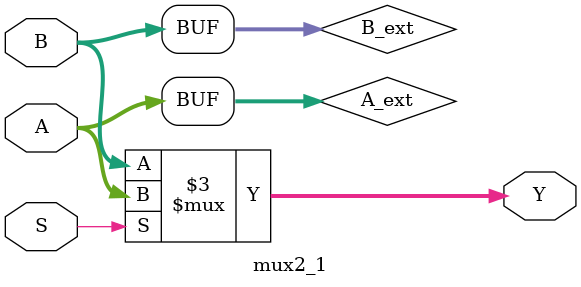
<source format=sv>
`timescale 1ns / 1ps


module mux2_1#(
        parameter WIDTH1 = 4,
        parameter WIDTH2 = 4
)(
        input logic [WIDTH1-1:0] A,
        input logic [WIDTH2-1:0] B,
        input logic S,
        output logic [((WIDTH1 > WIDTH2) ? WIDTH1 : WIDTH2)-1:0] Y
  );
  
  localparam MAX_WIDTH = (WIDTH1 > WIDTH2) ? WIDTH1 : WIDTH2;
  logic [MAX_WIDTH-1:0] A_ext, B_ext; // Extended versions of A and B (zero-padded if smaller in size)
  
  assign A_ext = {{(MAX_WIDTH - WIDTH1){1'b0}}, A};
  assign B_ext = {{(MAX_WIDTH - WIDTH2){1'b0}}, B};
  
  always_comb begin
    if (S)
        Y = A_ext;
    else
        Y = B_ext;
  end
   
endmodule

</source>
